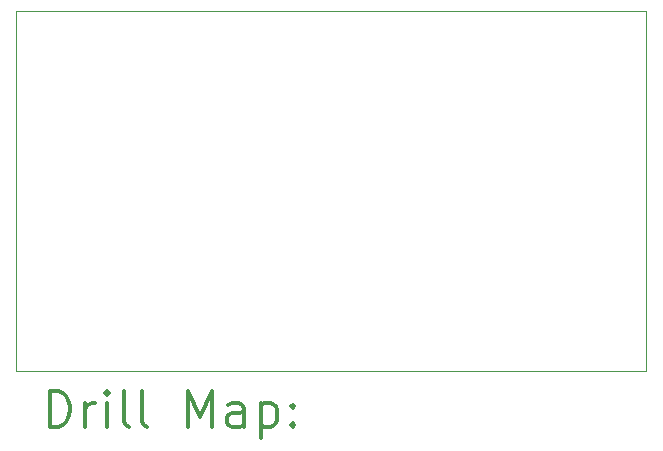
<source format=gbr>
%FSLAX45Y45*%
G04 Gerber Fmt 4.5, Leading zero omitted, Abs format (unit mm)*
G04 Created by KiCad (PCBNEW (5.1.7)-1) date 2020-12-07 21:27:42*
%MOMM*%
%LPD*%
G01*
G04 APERTURE LIST*
%TA.AperFunction,Profile*%
%ADD10C,0.100000*%
%TD*%
%ADD11C,0.200000*%
%ADD12C,0.300000*%
G04 APERTURE END LIST*
D10*
X8890000Y-4826000D02*
X3556000Y-4826000D01*
X3556000Y-4826000D02*
X3556000Y-1778000D01*
X3556000Y-1778000D02*
X8890000Y-1778000D01*
X8890000Y-1778000D02*
X8890000Y-4826000D01*
D11*
D12*
X3837428Y-5296714D02*
X3837428Y-4996714D01*
X3908857Y-4996714D01*
X3951714Y-5011000D01*
X3980286Y-5039572D01*
X3994571Y-5068143D01*
X4008857Y-5125286D01*
X4008857Y-5168143D01*
X3994571Y-5225286D01*
X3980286Y-5253857D01*
X3951714Y-5282429D01*
X3908857Y-5296714D01*
X3837428Y-5296714D01*
X4137428Y-5296714D02*
X4137428Y-5096714D01*
X4137428Y-5153857D02*
X4151714Y-5125286D01*
X4166000Y-5111000D01*
X4194571Y-5096714D01*
X4223143Y-5096714D01*
X4323143Y-5296714D02*
X4323143Y-5096714D01*
X4323143Y-4996714D02*
X4308857Y-5011000D01*
X4323143Y-5025286D01*
X4337428Y-5011000D01*
X4323143Y-4996714D01*
X4323143Y-5025286D01*
X4508857Y-5296714D02*
X4480286Y-5282429D01*
X4466000Y-5253857D01*
X4466000Y-4996714D01*
X4666000Y-5296714D02*
X4637428Y-5282429D01*
X4623143Y-5253857D01*
X4623143Y-4996714D01*
X5008857Y-5296714D02*
X5008857Y-4996714D01*
X5108857Y-5211000D01*
X5208857Y-4996714D01*
X5208857Y-5296714D01*
X5480286Y-5296714D02*
X5480286Y-5139572D01*
X5466000Y-5111000D01*
X5437428Y-5096714D01*
X5380286Y-5096714D01*
X5351714Y-5111000D01*
X5480286Y-5282429D02*
X5451714Y-5296714D01*
X5380286Y-5296714D01*
X5351714Y-5282429D01*
X5337428Y-5253857D01*
X5337428Y-5225286D01*
X5351714Y-5196714D01*
X5380286Y-5182429D01*
X5451714Y-5182429D01*
X5480286Y-5168143D01*
X5623143Y-5096714D02*
X5623143Y-5396714D01*
X5623143Y-5111000D02*
X5651714Y-5096714D01*
X5708857Y-5096714D01*
X5737428Y-5111000D01*
X5751714Y-5125286D01*
X5766000Y-5153857D01*
X5766000Y-5239572D01*
X5751714Y-5268143D01*
X5737428Y-5282429D01*
X5708857Y-5296714D01*
X5651714Y-5296714D01*
X5623143Y-5282429D01*
X5894571Y-5268143D02*
X5908857Y-5282429D01*
X5894571Y-5296714D01*
X5880286Y-5282429D01*
X5894571Y-5268143D01*
X5894571Y-5296714D01*
X5894571Y-5111000D02*
X5908857Y-5125286D01*
X5894571Y-5139572D01*
X5880286Y-5125286D01*
X5894571Y-5111000D01*
X5894571Y-5139572D01*
M02*

</source>
